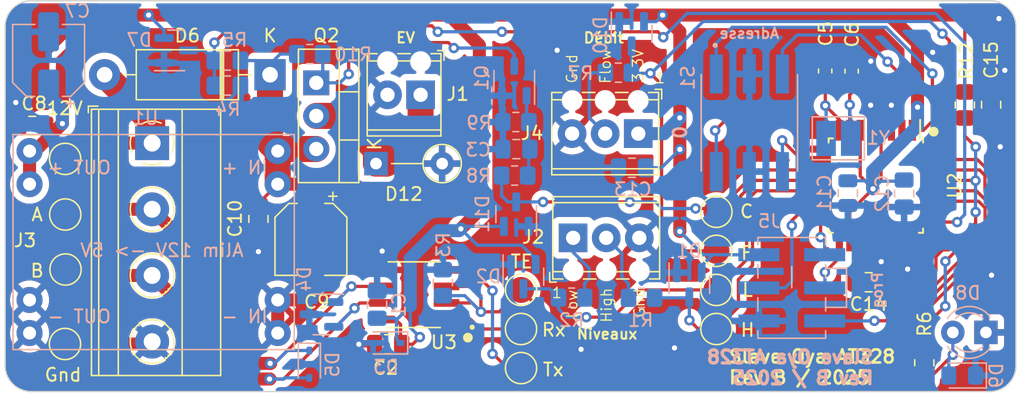
<source format=kicad_pcb>
(kicad_pcb (version 20221018) (generator pcbnew)
  (title_block (title "Esclave OYA AT328") (date "2025-04-18") (rev "B") (company "BPC") (comment 1 "Technologie avec AT328 / Petite carte") (comment 2 "Monitoring de tension d'alimentation") (comment 3 "1 sortie 12V/5A - 2 entrées TOR (niveaux) - 1 débimètre - 1 LED - RS485"))
  (layers (0 "F.Cu" signal) (31 "B.Cu" signal) (34 "B.Paste" user) (35 "F.Paste" user) (36 "B.SilkS" user "B.Silkscreen") (37 "F.SilkS" user "F.Silkscreen") (38 "B.Mask" user) (39 "F.Mask" user) (44 "Edge.Cuts" user))
  (net 0 "")
  (net 1 "GND")
  (net 2 "LVL_HIGH")
  (net 3 "LVL_LOW")
  (net 4 "BUS_A")
  (net 5 "BUS_B")
  (net 6 "POWER_12V")
  (net 7 "Net-(D6-A)")
  (net 8 "POW_MES")
  (net 9 "Net-(D8-A)")
  (net 10 "FLOW")
  (net 11 "Net-(J2-Pin_1)")
  (net 12 "Net-(J2-Pin_2)")
  (net 13 "Net-(J4-Pin_2)")
  (net 14 "RX")
  (net 15 "TX_EN")
  (net 16 "LED")
  (net 17 "A1")
  (net 18 "A2")
  (net 19 "A3")
  (net 20 "A4")
  (net 21 "TX")
  (net 22 "Net-(U2-XTAL2{slash}PB7)")
  (net 23 "Net-(Q1-B)")
  (net 24 "CMD_EV1")
  (net 25 "Net-(D12-K)")
  (net 26 "Net-(Q1-C)")
  (net 27 "Net-(U2-XTAL1{slash}PB6)")
  (net 28 "Net-(U2-AREF)")
  (net 34 "+5V")
  (net 35 "RESET")
  (net 36 "MISO")
  (net 37 "SCK")
  (net 38 "MOSI")
  (footprint "TestPoint:TestPoint_Pad_D2.0mm" (layer "F.Cu") (at 168 109)
    (fp_text reference "TP2" hide)
    (fp_text value "L")
  )
  (footprint "Capacitor_SMD:C_0805_2012Metric_Pad1.18x1.45mm_HandSolder" (layer "F.Cu") (at 132.84 103.55 -90)
    (fp_text reference "C10")
    (fp_text value "1nF")
  )
  (footprint "TerminalBlock_Phoenix:TerminalBlock_Phoenix_MPT-0,5-3-2.54_1x03_P2.54mm_Horizontal" (layer "F.Cu") (at 157 105)
    (fp_text reference "J2")
    (fp_text value "Niveaux")
  )
  (footprint "bpc:BPC_MAX485E_SOIC127P600X175-8N" (layer "F.Cu") (at 144.805 109.365 180)
    (fp_text reference "U3")
    (fp_text value "MAX485E")
  )
  (footprint "Capacitor_SMD:C_0805_2012Metric_Pad1.18x1.45mm_HandSolder" (layer "F.Cu") (at 142.8 113.17)
    (fp_text reference "C2")
    (fp_text value "100nF")
  )
  (footprint "TestPoint:TestPoint_Pad_D2.0mm" (layer "F.Cu") (at 153 112)
    (fp_text reference "TP3" hide)
    (fp_text value "Rx")
  )
  (footprint "Capacitor_SMD:CP_Elec_5x5.9" (layer "F.Cu") (at 136.87 105.12 -90)
    (fp_text reference "C9")
    (fp_text value "10µF")
  )
  (footprint "TerminalBlock_Phoenix:TerminalBlock_Phoenix_MPT-0,5-3-2.54_1x03_P2.54mm_Horizontal" (layer "F.Cu") (at 162 97 180)
    (fp_text reference "J4")
    (fp_text value "Débit")
  )
  (footprint "Package_TO_SOT_THT:TO-220-3_Vertical" (layer "F.Cu") (at 137.28 93.1 -90)
    (fp_text reference "Q2")
    (fp_text value "P03P4L-04")
  )
  (footprint "Package_QFP:TQFP-32_7x7mm_P0.8mm" (layer "F.Cu") (at 180.24 100.99 -90)
    (fp_text reference "U2")
    (fp_text value "ATmega328P-A")
  )
  (footprint "Capacitor_SMD:C_0603_1608Metric_Pad1.08x0.95mm_HandSolder" (layer "F.Cu") (at 178.38 92.205 -90)
    (fp_text reference "C6")
    (fp_text value "6pF")
  )
  (footprint "Diode_THT:D_DO-15_P12.70mm_Horizontal" (layer "F.Cu") (at 133.73 92.48 180)
    (fp_text reference "D6")
    (fp_text value "SR560")
  )
  (footprint "TestPoint:TestPoint_Pad_D2.0mm" (layer "F.Cu") (at 117.99 113.15)
    (fp_text reference "TP9" hide)
    (fp_text value "Gnd")
  )
  (footprint "Capacitor_SMD:C_0805_2012Metric_Pad1.18x1.45mm_HandSolder" (layer "F.Cu") (at 189.09 94.7775 90)
    (fp_text reference "C15")
    (fp_text value "100nF")
  )
  (footprint "TestPoint:TestPoint_Pad_D2.0mm" (layer "F.Cu") (at 168 106)
    (fp_text reference "TP10" hide)
    (fp_text value "F")
  )
  (footprint "TestPoint:TestPoint_Pad_D2.0mm" (layer "F.Cu") (at 153 109)
    (fp_text reference "TP5" hide)
    (fp_text value "TE")
  )
  (footprint "TerminalBlock_Phoenix:TerminalBlock_Phoenix_MPT-0,5-2-2.54_1x02_P2.54mm_Horizontal" (layer "F.Cu") (at 145.29 94.02 180)
    (fp_text reference "J1")
    (fp_text value "EV1")
  )
  (footprint "Resistor_SMD:R_0805_2012Metric_Pad1.20x1.40mm_HandSolder" (layer "F.Cu") (at 187.07 94.8 90)
    (fp_text reference "R12")
    (fp_text value "100")
  )
  (footprint "Resistor_SMD:R_0805_2012Metric_Pad1.20x1.40mm_HandSolder" (layer "F.Cu") (at 183.96 114.59 -90)
    (fp_text reference "R6")
    (fp_text value "220")
  )
  (footprint "TerminalBlock_Phoenix:TerminalBlock_Phoenix_MKDS-1,5-4-5.08_1x04_P5.08mm_Horizontal" (layer "F.Cu") (at 124.68 97.73 -90)
    (fp_text reference "J3")
    (fp_text value "POWER")
  )
  (footprint "Capacitor_SMD:C_0805_2012Metric_Pad1.18x1.45mm_HandSolder" (layer "F.Cu") (at 115.47 96.41 180)
    (fp_text reference "C8")
    (fp_text value "1nF")
  )
  (footprint "TestPoint:TestPoint_Pad_D2.0mm" (layer "F.Cu") (at 118.03 107.43)
    (fp_text reference "TP6" hide)
    (fp_text value "B")
  )
  (footprint "TestPoint:TestPoint_Pad_D2.0mm" (layer "F.Cu") (at 118 98.94)
    (fp_text reference "TP8" hide)
    (fp_text value "12V")
  )
  (footprint "TestPoint:TestPoint_Pad_D2.0mm" (layer "F.Cu") (at 153 115)
    (fp_text reference "TP4" hide)
    (fp_text value "Tx")
  )
  (footprint "Capacitor_SMD:C_0805_2012Metric_Pad1.18x1.45mm_HandSolder" (layer "F.Cu") (at 179.69 108.41 180)
    (fp_text reference "C14")
    (fp_text value "100nF")
  )
  (footprint "Capacitor_SMD:C_0603_1608Metric_Pad1.08x0.95mm_HandSolder" (layer "F.Cu") (at 176.35 92.19 90)
    (fp_text reference "C5")
    (fp_text value "6pF")
  )
  (footprint "TestPoint:TestPoint_Pad_D2.0mm" (layer "F.Cu") (at 168 103)
    (fp_text reference "TP11" hide)
    (fp_text value "C")
  )
  (footprint "TestPoint:TestPoint_Pad_D2.0mm" (layer "F.Cu") (at 118.01 103.21)
    (fp_text reference "TP7" hide)
    (fp_text value "A")
  )
  (footprint "Diode_THT:D_A-405_P5.08mm_Vertical_KathodeUp" (layer "F.Cu") (at 141.865 99.3)
    (fp_text reference "D12")
    (fp_text value "1N4007G")
  )
  (footprint "TestPoint:TestPoint_Pad_D2.0mm" (layer "F.Cu") (at 168 112)
    (fp_text reference "TP1" hide)
    (fp_text value "H")
  )
  (footprint "bpc:BPC_SOT-23-3" (layer "B.Cu") (at 152.48 92.9525 90)
    (fp_text reference "Q1")
    (fp_text value "BPC_FMMT38C")
  )
  (footprint "Capacitor_SMD:CP_Elec_5x5.9" (layer "B.Cu") (at 116.73 91.38 90)
    (fp_text reference "C7")
    (fp_text value "10µF")
  )
  (footprint "Resistor_SMD:R_0805_2012Metric_Pad1.20x1.40mm_HandSolder" (layer "B.Cu") (at 130.46 91.39)
    (fp_text reference "R5")
    (fp_text value "100k")
  )
  (footprint "Capacitor_SMD:C_0805_2012Metric_Pad1.18x1.45mm_HandSolder" (layer "B.Cu") (at 141.95 110.1375 90)
    (fp_text reference "C1")
    (fp_text value "10nF")
  )
  (footprint "Package_TO_SOT_SMD:SOT-23" (layer "B.Cu") (at 153.18 107.9775 -90)
    (fp_text reference "D2")
    (fp_text value "BAV99")
  )
  (footprint "Resistor_SMD:R_0805_2012Metric_Pad1.20x1.40mm_HandSolder" (layer "B.Cu") (at 152.6 96.11 180)
    (fp_text reference "R9")
    (fp_text value "100k")
  )
  (footprint "Package_TO_SOT_SMD:SOT-23" (layer "B.Cu") (at 161.49 89.3375 -90)
    (fp_text reference "D10")
    (fp_text value "BAV99")
  )
  (footprint "Package_TO_SOT_SMD:SOT-23" (layer "B.Cu") (at 126.5325 90.61)
    (fp_text reference "D7")
    (fp_text value "BAV99")
  )
  (footprint "Package_TO_SOT_SMD:SOT-23" (layer "B.Cu") (at 152.63 103.1825 90)
    (fp_text reference "D11")
    (fp_text value "BAV99")
  )
  (footprint "Capacitor_SMD:C_0805_2012Metric_Pad1.18x1.45mm_HandSolder" (layer "B.Cu") (at 182.41 101.6 -90)
    (fp_text reference "C12")
    (fp_text value "100nF")
  )
  (footprint "Resistor_SMD:R_0805_2012Metric_Pad1.20x1.40mm_HandSolder" (layer "B.Cu") (at 136.78 90.89)
    (fp_text reference "R10")
    (fp_text value "100k")
  )
  (footprint "Diode_SMD:D_SOD-323" (layer "B.Cu") (at 136.75 114.7 -90)
    (fp_text reference "D5")
    (fp_text value "SD12_SOD323" hide)
  )
  (footprint "Capacitor_SMD:C_0805_2012Metric_Pad1.18x1.45mm_HandSolder" (layer "B.Cu") (at 161.52 99.62 180)
    (fp_text reference "C13")
    (fp_text value "100nF")
  )
  (footprint "Resistor_SMD:R_0805_2012Metric_Pad1.20x1.40mm_HandSolder" (layer "B.Cu") (at 156.88 109.59 180)
    (fp_text reference "R2")
    (fp_text value "100")
  )
  (footprint "LED_THT:LED_D3.0mm_FlatTop" (layer "B.Cu") (at 188.69 112.26 180)
    (fp_text reference "D8")
    (fp_text value "LED")
  )
  (footprint "Diode_SMD:D_SOD-323" (layer "B.Cu") (at 142.69 113.07 180)
    (fp_text reference "D3")
    (fp_text value "SD12_SOD323")
  )
  (footprint "bpc:BPC_RDS-16S-74385-SMT" (layer "B.Cu") (at 170.53 96.17 -90)
    (fp_text reference "S1")
    (fp_text value "RDS-16S-74385-SMT" hide)
  )
  (footprint "Resistor_SMD:R_0805_2012Metric_Pad1.20x1.40mm_HandSolder" (layer "B.Cu") (at 147 108.44 90)
    (fp_text reference "R3")
    (fp_text value "100k")
  )
  (footprint "LED_SMD:LED_0805_2012Metric_Pad1.15x1.40mm_HandSolder" (layer "B.Cu") (at 186.865 115.57 180)
    (fp_text reference "D9")
    (fp_text value "LED")
  )
  (footprint "Package_TO_SOT_SMD:SOT-23" (layer "B.Cu") (at 165.92 108.6075 -90)
    (fp_text reference "D1")
    (fp_text value "BAV99")
  )
  (footprint "Package_TO_SOT_SMD:SOT-23" (layer "B.Cu") (at 137.6875 110.88 180)
    (fp_text reference "D4")
    (fp_text value "SM712_SOT23")
  )
  (footprint "Capacitor_SMD:C_0805_2012Metric_Pad1.18x1.45mm_HandSolder" (layer "B.Cu") (at 152.64 98.19 180)
    (fp_text reference "C3")
    (fp_text value "100nF")
  )
  (footprint "Resistor_SMD:R_0805_2012Metric_Pad1.20x1.40mm_HandSolder" (layer "B.Cu") (at 162.25 109.61)
    (fp_text reference "R1")
    (fp_text value "100")
  )
  (footprint "Resistor_SMD:R_0805_2012Metric_Pad1.20x1.40mm_HandSolder" (layer "B.Cu") (at 152.51 100.22)
    (fp_text reference "R8")
    (fp_text value "220")
  )
  (footprint "bpc:BPC_Alim5V" (layer "B.Cu") (at 134.32 98.34 180)
    (fp_text reference "U1")
    (fp_text value "BPC_Alim5V" hide)
  )
  (footprint "bpc:BPC_ISCP_CMS" (layer "B.Cu") (at 173.785 108.84 180)
    (fp_text reference "J5")
    (fp_text value "ISCP")
  )
  (footprint "bpc:BPC_Quartz_8MHz" (layer "B.Cu") (at 177.36 97.36)
    (fp_text reference "Y1")
    (fp_text value "8MHz")
  )
  (footprint "Resistor_SMD:R_0805_2012Metric_Pad1.20x1.40mm_HandSolder" (layer "B.Cu") (at 130.46 93.31 180)
    (fp_text reference "R4")
    (fp_text value "40k")
  )
  (footprint "Capacitor_SMD:C_0805_2012Metric" (layer "B.Cu") (at 178.09 101.57 -90)
    (fp_text reference "C11")
    (fp_text value "1nF")
  )
  (footprint "Resistor_SMD:R_0805_2012Metric_Pad1.20x1.40mm_HandSolder" (layer "B.Cu") (at 160.47 92.32)
    (fp_text reference "R7")
    (fp_text value "100")
  )
  (gr_circle (center 184.68 96.85) (end 184.98 96.85) (stroke (width 0.15)) (fill solid) (layer "F.SilkS"))
  (gr_circle (center 148.92 112.66) (end 149.22 112.66) (stroke (width 0.15)) (fill solid) (layer "F.SilkS"))
  (gr_line (start 191 114.8) (end 191 88.8) (stroke (width 0.1)) (layer "Edge.Cuts"))
  (gr_arc (start 191 114.8) (mid 190.414213 116.214209) (end 189 116.8) (stroke (width 0.1)) (layer "Edge.Cuts"))
  (gr_arc locked (start 115.39 116.8) (mid 113.975786 116.214214) (end 113.39 114.8) (stroke (width 0.1)) (layer "Edge.Cuts"))
  (gr_arc locked (start 113.39 88.8) (mid 113.975786 87.385786) (end 115.39 86.8) (stroke (width 0.1)) (layer "Edge.Cuts"))
  (gr_line (start 189 86.8) (end 115.39 86.8) (stroke (width 0.1)) (layer "Edge.Cuts"))
  (gr_line (start 115.39 116.8) (end 189 116.8) (stroke (width 0.1)) (layer "Edge.Cuts"))
  (gr_line locked (start 113.39 88.8) (end 113.39 114.8) (stroke (width 0.1)) (layer "Edge.Cuts"))
  (gr_arc (start 189 86.8) (mid 190.414223 87.385781) (end 191 88.8) (stroke (width 0.1)) (layer "Edge.Cuts"))
  (gr_text "Slave Oya AT328\nRev B / 2025" (at 180.18 116.35) (layer "B.SilkS") (effects (font (size 1 1) (thickness 0.25) bold) (justify left bottom mirror)))
  (gr_text "Prog" (at 180.83 107.54 90) (layer "B.SilkS") (effects (font (size 0.8 0.8) (thickness 0.16) bold) (justify left bottom mirror)))
  (gr_text "0" (at 164.53 97.51 -90) (layer "B.SilkS") (effects (font (size 1 1) (thickness 0.2) bold) (justify left bottom mirror)))
  (gr_text "Adresse" (at 172.91 89.77) (layer "B.SilkS") (effects (font (size 0.8 0.8) (thickness 0.16) bold) (justify left bottom mirror)))
  (gr_text "Gnd" (at 162.56 111.19 90) (layer "F.SilkS") (effects (font (size 0.8 0.8) (thickness 0.1)) (justify left bottom)))
  (gr_text "1" (at 163.23 93.2) (layer "F.SilkS") (effects (font (size 0.8 0.8) (thickness 0.1)) (justify left bottom)))
  (gr_text "Low" (at 157.39 111.26 90) (layer "F.SilkS") (effects (font (size 0.8 0.8) (thickness 0.1)) (justify left bottom)))
  (gr_text "Flow" (at 159.95 93.24 90) (layer "F.SilkS") (effects (font (size 0.8 0.8) (thickness 0.1)) (justify left bottom)))
  (gr_text "1" (at 155.31 109.69) (layer "F.SilkS") (effects (font (size 0.8 0.8) (thickness 0.1)) (justify left bottom)))
  (gr_text "EV" (at 143.33 90.11) (layer "F.SilkS") (effects (font (size 0.8 0.8) (thickness 0.16) bold) (justify left bottom)))
  (gr_text "Slave Oya AT328\nRev B / 2025" (at 168.86 116.31) (layer "F.SilkS") (effects (font (size 1 1) (thickness 0.2) bold) (justify left bottom)))
  (gr_text "Gnd" (at 157.38 93.21 90) (layer "F.SilkS") (effects (font (size 0.8 0.8) (thickness 0.1)) (justify left bottom)))
  (gr_text "Débit" (at 157.72 90.12) (layer "F.SilkS") (effects (font (size 0.8 0.8) (thickness 0.16) bold) (justify left bottom)))
  (gr_text "High" (at 160.03 111.57 90) (layer "F.SilkS") (effects (font (size 0.8 0.8) (thickness 0.1)) (justify left bottom)))
  (gr_text "3.3V" (at 162.45 93.16 90) (layer "F.SilkS") (effects (font (size 0.8 0.8) (thickness 0.1)) (justify left bottom)))
  (gr_text "Niveaux" (at 157.19 112.85) (layer "F.SilkS") (effects (font (size 0.8 0.8) (thickness 0.16) bold) (justify left bottom)))
  (segment (start 178.38 91.43) (end 179.84 91.43) (width 0.25) (layer "F.Cu") (net 1))
  (segment (start 136.71 107.48) (end 136.87 107.32) (width 1) (layer "F.Cu") (net 1))
  (segment (start 136 109.77) (end 136.71 109.06) (width 1) (layer "F.Cu") (net 1))
  (segment (start 180.64 108.41) (end 180.64 106.84) (width 0.25) (layer "F.Cu") (net 1))
  (segment (start 180.64 105.24) (end 180.64 106.82) (width 0.25) (layer "F.Cu") (net 1))
  (segment (start 178.365 91.415) (end 178.38 91.43) (width 0.25) (layer "F.Cu") (net 1))
  (segment (start 124.5 113.15) (end 124.68 112.97) (width 1) (layer "F.Cu") (net 1))
  (segment (start 189.09 93.19) (end 190.14 92.14) (width 0.25) (layer "F.Cu") (net 1))
  (segment (start 136.71 109.06) (end 136.71 107.48) (width 1) (layer "F.Cu") (net 1))
  (segment (start 181.44 94.83) (end 181.43 94.82) (width 0.25) (layer "F.Cu") (net 1))
  (segment (start 179.84 91.43) (end 179.85 91.44) (width 0.25) (layer "F.Cu") (net 1))
  (segment (start 142.33 107.46) (end 142.33 106.03) (width 0.25) (layer "F.Cu") (net 1))
  (segment (start 142.33 106.03) (end 142.34 106.02) (width 0.25) (layer "F.Cu") (net 1))
  (segment (start 176.35 91.415) (end 178.365 91.415) (width 0.25) (layer "F.Cu") (net 1))
  (segment (start 114.4325 94.8325) (end 114.21 94.61) (width 0.25) (layer "F.Cu") (net 1))
  (segment (start 117.99 113.15) (end 124.5 113.15) (width 1) (layer "F.Cu") (net 1))
  (segment (start 180.64 106.82) (end 180.65 106.83) (width 0.25) (layer "F.Cu") (net 1))
  (segment (start 181.44 96.74) (end 181.44 94.83) (width 0.25) (layer "F.Cu") (net 1))
  (segment (start 189.09 93.74) (end 189.09 93.19) (width 0.25) (layer "F.Cu") (net 1))
  (segment (start 180.64 106.84) (end 180.65 106.83) (width 0.25) (layer "F.Cu") (net 1))
  (segment (start 114.4325 96.41) (end 114.4325 94.8325) (width 0.25) (layer "F.Cu") (net 1))
  (segment (start 141.85 113.17) (end 140.55 113.17) (width 0.25) (layer "F.Cu") (net 1))
  (segment (start 134.32 109.77) (end 136 109.77) (width 1) (layer "F.Cu") (net 1))
  (segment (start 134.32 112.31) (end 134.32 109.77) (width 1) (layer "F.Cu") (net 1))
  (segment (start 179.84 96.74) (end 179.84 94.82) (width 0.25) (layer "F.Cu") (net 1))
  (segment (start 132.84 104.5875) (end 132.84 106.06) (width 0.25) (layer "F.Cu") (net 1))
  (via (at 114.21 94.61) (size 0.8) (drill 0.4) (layers "F.Cu" "B.Cu") (net 1))
  (via (at 179.84 94.82) (size 0.8) (drill 0.4) (layers "F.Cu" "B.Cu") (net 1))
  (via (at 132.84 106.06) (size 0.8) (drill 0.4) (layers "F.Cu" "B.Cu") (net 1))
  (via (at 189.69 88.17) (size 0.8) (drill 0.4) (layers "F.Cu" "B.Cu") (net 1))
  (via (at 179.85 91.44) (size 0.8) (drill 0.4) (layers "F.Cu" "B.Cu") (net 1))
  (via (at 164.78 113.45) (size 0.8) (drill 0.4) (layers "F.Cu" "B.Cu") (net 1))
  (via (at 190.14 92.14) (size 0.8) (drill 0.4) (layers "F.Cu" "B.Cu") (net 1))
  (via (at 155.77 90.6) (size 0.8) (drill 0.4) (layers "F.Cu" "B.Cu") (net 1))
  (via (at 182.68 107.4) (size 0.8) (drill 0.4) (layers "F.Cu" "B.Cu") (net 1))
  (via (at 140.55 113.17) (size 0.8) (drill 0.4) (layers "F.Cu" "B.Cu") (net 1))
  (via (at 180.65 106.83) (size 0.8) (drill 0.4) (layers "F.Cu" "B.Cu") (net 1))
  (via (at 189.12 107.87) (size 0.8) (drill 0.4) (layers "F.Cu" "B.Cu") (net 1))
  (via (at 157.61 113.56) (size 0.8) (drill 0.4) (layers "F.Cu" "B.Cu") (net 1))
  (via (at 189.79 98.01) (size 0.8) (drill 0.4) (layers "F.Cu" "B.Cu") (net 1))
  (via (at 181.43 94.82) (size 0.8) (drill 0.4) (layers "F.Cu" "B.Cu") (net 1))
  (via (at 142.34 106.02) (size 0.8) (drill 0.4) (layers "F.Cu" "B.Cu") (net 1))
  (via (at 184.6 90.76) (size 0.8) (drill 0.4) (layers "F.Cu" "B.Cu") (net 1))
  (segment (start 131.46 93.31) (end 131.46 93.5) (width 0.25) (layer "B.Cu") (net 1))
  (segment (start 131.46 93.5) (end 130.53 94.43) (width 0.25) (layer "B.Cu") (net 1))
  (segment (start 171.15 102.19) (end 170.77 102.57) (width 0.25) (layer "F.Cu") (net 2))
  (segment (start 170.77 102.57) (end 170.77 107.12) (width 0.25) (layer "F.Cu") (net 2))
  (segment (start 175.99 102.19) (end 171.15 102.19) (width 0.25) (layer "F.Cu") (net 2))
  (segment (start 169.69 110.31) (end 168 112) (width 0.25) (layer "F.Cu") (net 2))
  (segment (start 170.77 107.12) (end 169.69 108.2) (width 0.25) (layer "F.Cu") (net 2))
  (segment (start 165.93 111.33) (end 166.6 112) (width 0.25) (layer "F.Cu") (net 2))
  (segment (start 166.6 112) (end 168 112) (width 0.25) (layer "F.Cu") (net 2))
  (segment (start 169.69 108.2) (end 169.69 110.31) (width 0.25) (layer "F.Cu") (net 2))
  (via (at 165.93 111.33) (size 0.8) (drill 0.4) (layers "F.Cu" "B.Cu") (net 2))
  (segment (start 165.92 109.545) (end 165.92 111.32) (width 0.25) (layer "B.Cu") (net 2))
  (segment (start 163.25 109.61) (end 165.855 109.61) (width 0.25) (layer "B.Cu") (net 2))
  (segment (start 165.855 109.61) (end 165.92 109.545) (width 0.25) (layer "B.Cu") (net 2))
  (segment (start 165.92 111.32) (end 165.93 111.33) (width 0.25) (layer "B.Cu") (net 2))
  (segment (start 175.99 101.39) (end 171.07 101.39) (width 0.25) (layer "F.Cu") (net 3))
  (segment (start 168 109) (end 162.14 109) (width 0.25) (layer "F.Cu") (net 3))
  (segment (start 162.14 109) (end 160.05 111.09) (width 0.25) (layer "F.Cu") (net 3))
  (segment (start 170.32 106.68) (end 170.32 102.14) (width 0.25) (layer "F.Cu") (net 3))
  (segment (start 158.01 111.09) (end 160.05 111.09) (width 0.25) (layer "F.Cu") (net 3))
  (segment (start 168 109) (end 170.32 106.68) (width 0.25) (layer "F.Cu") (net 3))
  (segment (start 171.07 101.39) (end 170.32 102.14) (width 0.25) (layer "F.Cu") (net 3))
  (via (at 158.01 111.09) (size 0.8) (drill 0.4) (layers "F.Cu" "B.Cu") (net 3))
  (segment (start 155.88 109.59) (end 155.88 110.46) (width 0.25) (layer "B.Cu") (net 3))
  (segment (start 156.51 111.09) (end 158.01 111.09) (width 0.25) (layer "B.Cu") (net 3))
  (segment (start 153.18 108.915) (end 155.205 108.915) (width 0.25) (layer "B.Cu") (net 3))
  (segment (start 155.205 108.915) (end 155.88 109.59) (width 0.25) (layer "B.Cu") (net 3))
  (segment (start 155.88 110.46) (end 156.51 111.09) (width 0.25) (layer "B.Cu") (net 3))
  (segment (start 124.68 102.81) (end 129.42 107.55) (width 1) (layer "F.Cu") (net 4))
  (segment (start 124.68 102.81) (end 121.01 102.81) (width 1) (layer "F.Cu") (net 4))
  (segment (start 129.42 107.55) (end 129.42 113.93) (width 1) (layer "F.Cu") (net 4))
  (segment (start 133.74 114.64) (end 133.78 114.64) (width 1) (layer "F.Cu") (net 4))
  (segment (start 118.01 103.21) (end 120.61 103.21) (width 1) (layer "F.Cu") (net 4))
  (segment (start 129.42 113.93) (end 130.13 114.64) (width 1) (layer "F.Cu") (net 4))
  (segment (start 142.33 108.73) (end 139.98 108.73) (width 0.25) (layer "F.Cu") (net 4))
  (segment (start 121.01 102.81) (end 120.61 103.21) (width 1) (layer "F.Cu") (net 4))
  (segment (start 139.98 108.73) (end 134.07 114.64) (width 0.25) (layer "F.Cu") (net 4))
  (segment (start 134.07 114.64) (end 133.78 114.64) (width 0.25) (layer "F.Cu") (net 4))
  (segment (start 130.13 114.64) (end 133.74 114.64) (width 1) (layer "F.Cu") (net 4))
  (via (at 139.98 108.73) (size 0.8) (drill 0.4) (layers "F.Cu" "B.Cu") (net 4))
  (via (at 133.74 114.64) (size 0.8) (drill 0.4) (layers "F.Cu" "B.Cu") (net 4))
  (segment (start 135.07 113.65) (end 136.75 113.65) (width 0.25) (layer "B.Cu") (net 4))
  (segment (start 134.08 114.64) (end 135.07 113.65) (width 0.25) (layer "B.Cu") (net 4))
  (segment (start 138.78 109.93) (end 139.98 108.73) (width 0.25) (layer "B.Cu") (net 4))
  (segment (start 138.625 109.93) (end 138.78 109.93) (width 0.25) (layer "B.Cu") (net 4))
  (segment (start 133.74 114.64) (end 134.08 114.64) (width 0.25) (layer "B.Cu") (net 4))
  (segment (start 134.78 115.84) (end 133.73 115.84) (width 0.25) (layer "F.Cu") (net 5))
  (segment (start 118.03 107.43) (end 120.82 107.43) (width 1) (layer "F.Cu") (net 5))
  (segment (start 129.12 115.84) (end 133.69 115.84) (width 1) (layer "F.Cu") (net 5))
  (segment (start 133.69 115.84) (end 133.73 115.84) (width 1) (layer "F.Cu") (net 5))
  (segment (start 124.68 107.89) (end 127.71 110.92) (width 1) (layer "F.Cu") (net 5))
  (segment (start 140.215 110.405) (end 134.78 115.84) (width 0.25) (layer "F.Cu") (net 5))
  (segment (start 121.28 107.89) (end 120.82 107.43) (width 1) (layer "F.Cu") (net 5))
  (segment (start 124.68 107.89) (end 121.28 107.89) (width 1) (layer "F.Cu") (net 5))
  (segment (start 142.33 110) (end 140.62 110) (width 0.25) (layer "F.Cu") (net 5))
  (segment (start 127.71 110.92) (end 127.71 114.43) (width 1) (layer "F.Cu") (net 5))
  (segment (start 127.71 114.43) (end 129.12 115.84) (width 1) (layer "F.Cu") (net 5))
  (segment (start 140.62 110) (end 140.215 110.405) (width 0.25) (layer "F.Cu") (net 5))
  (via (at 133.69 115.84) (size 0.8) (drill 0.4) (layers "F.Cu" "B.Cu") (net 5))
  (via (at 140.215 110.405) (size 0.8) (drill 0.4) (layers "F.Cu" "B.Cu") (net 5))
  (segment (start 134.86 115.75) (end 136.75 115.75) (width 0.25) (layer "B.Cu") (net 5))
  (segment (start 133.69 115.84) (end 134.77 115.84) (width 0.25) (layer "B.Cu") (net 5))
  (segment (start 138.625 111.83) (end 138.79 111.83) (width 0.25) (layer "B.Cu") (net 5))
  (segment (start 134.77 115.84) (end 134.86 115.75) (width 0.25) (layer "B.Cu") (net 5))
  (segment (start 138.79 111.83) (end 140.215 110.405) (width 0.25) (layer "B.Cu") (net 5))
  (segment (start 132.84 102.36) (end 134.32 100.88) (width 0.25) (layer "F.Cu") (net 6))
  (segment (start 133.73 92.48) (end 133.73 97.75) (width 2) (layer "F.Cu") (net 6))
  (segment (start 133.73 97.75) (end 134.32 98.34) (width 2) (layer "F.Cu") (net 6))
  (segment (start 134.32 98.34) (end 134.32 100.88) (width 2) (layer "F.Cu") (net 6))
  (segment (start 132.84 102.5125) (end 132.84 102.36) (width 0.25) (layer "F.Cu") (net 6))
  (segment (start 134.48 98.18) (end 134.32 98.34) (width 2) (layer "F.Cu") (net 6))
  (segment (start 135.89 100.87) (end 135.88 100.88) (width 1) (layer "F.Cu") (net 6))
  (segment (start 133 102.775) (end 133 102.2) (width 0.25) (layer "F.Cu") (net 6))
  (segment (start 136.87 101.85) (end 135.89 100.87) (width 1) (layer "F.Cu") (net 6))
  (segment (start 136.87 102.92) (end 136.87 101.85) (width 1) (layer "F.Cu") (net 6))
  (segment (start 135.88 100.88) (end 134.32 100.88) (width 1) (layer "F.Cu") (net 6))
  (segment (start 137.28 98.18) (end 134.48 98.18) (width 2) (layer "F.Cu") (net 6))
  (segment (start 132.64 91.39) (end 133.73 92.48) (width 0.25) (layer "B.Cu") (net 6))
  (segment (start 133.73 91.67) (end 133.73 92.48) (width 0.25) (layer "B.Cu") (net 6))
  (segment (start 135.78 90.89) (end 134.51 90.89) (width 0.25) (layer "B.Cu") (net 6))
  (segment (start 131.46 91.39) (end 132.64 91.39) (width 0.25) (layer "B.Cu") (net 6))
  (segment (start 134.51 90.89) (end 133.73 91.67) (width 0.25) (layer "B.Cu") (net 6))
  (segment (start 119.35 97.7) (end 119.38 97.73) (width 1) (layer "F.Cu") (net 7))
  (segment (start 124.68 96.13) (end 121.03 92.48) (width 2) (layer "F.Cu") (net 7))
  (segment (start 124.68 97.73) (end 124.68 96.13) (width 2) (layer "F.Cu") (net 7))
  (segment (start 119.38 97.73) (end 124.68 97.73) (width 1) (layer "F.Cu") (net 7))
  (segment (start 118.11 98.94) (end 119.35 97.7) (width 1) (layer "F.Cu") (net 7))
  (segment (start 163.5 89.18) (end 163.92 89.6) (width 0.25) (layer "F.Cu") (net 8))
  (segment (start 130.745 88.725) (end 144.39 88.725) (width 0.25) (layer "F.Cu") (net 8))
  (segment (start 151.53 89.18) (end 162.99 89.18) (width 0.25) (layer "F.Cu") (net 8))
  (segment (start 162.99 89.18) (end 163.5 89.18) (width 0.25) (layer "F.Cu") (net 8))
  (segment (start 129.46 90.01) (end 130.745 88.725) (width 0.25) (layer "F.Cu") (net 8))
  (segment (start 184.49 103.79) (end 186.48 103.79) (width 0.25) (layer "F.Cu") (net 8))
  (segment (start 146.155 88.725) (end 146.61 89.18) (width 0.25) (layer "F.Cu") (net 8))
  (segment (start 144.39 88.725) (end 146.155 88.725) (width 0.25) (layer "F.Cu") (net 8))
  (via (at 151.53 89.18) (size 0.8) (drill 0.4) (layers "F.Cu" "B.Cu") (net 8))
  (via (at 186.48 103.79) (size 0.8) (drill 0.4) (layers "F.Cu" "B.Cu") (net 8))
  (via (at 163.92 89.6) (size 0.8) (drill 0.4) (layers "F.Cu" "B.Cu") (net 8))
  (via (at 129.46 90.01) (size 0.8) (drill 0.4) (layers "F.Cu" "B.Cu") (net 8))
  (via (at 146.61 89.18) (size 0.8) (drill 0.4) (layers "F.Cu" "B.Cu") (net 8))
  (segment (start 184.815305 87.77) (end 165.75 87.77) (width 0.25) (layer "B.Cu") (net 8))
  (segment (start 186.48 103.79) (end 187.06 103.21) (width 0.25) (layer "B.Cu") (net 8))
  (segment (start 129.46 91.39) (end 129.46 90.01) (width 0.25) (layer "B.Cu") (net 8))
  (segment (start 187.06 90.014695) (end 184.815305 87.77) (width 0.25) (layer "B.Cu") (net 8))
  (segment (start 146.61 89.18) (end 151.53 89.18) (width 0.25) (layer "B.Cu") (net 8))
  (segment (start 127.47 90.61) (end 128.68 90.61) (width 0.25) (layer "B.Cu") (net 8))
  (segment (start 128.68 90.61) (end 129.46 91.39) (width 0.25) (layer "B.Cu") (net 8))
  (segment (start 187.06 103.21) (end 187.06 90.014695) (width 0.25) (layer "B.Cu") (net 8))
  (segment (start 165.75 87.77) (end 163.92 89.6) (width 0.25) (layer "B.Cu") (net 8))
  (segment (start 129.46 91.39) (end 129.46 93.31) (width 0.25) (layer "B.Cu") (net 8))
  (segment (start 183.96 115.59) (end 184.54 115.59) (width 0.25) (layer "F.Cu") (net 9))
  (segment (start 184.54 115.59) (end 186.15 113.98) (width 0.25) (layer "F.Cu") (net 9))
  (via (at 186.15 113.98) (size 0.8) (drill 0.4) (layers "F.Cu" "B.Cu") (net 9))
  (segment (start 185.84 114.29) (end 186.15 113.98) (width 0.25) (layer "B.Cu") (net 9))
  (segment (start 186.15 113.98) (end 186.15 112.26) (width 0.25) (layer "B.Cu") (net 9))
  (segment (start 185.84 115.57) (end 185.84 114.29) (width 0.25) (layer "B.Cu") (net 9))
  (segment (start 184.49 98.19) (end 185.61 98.19) (width 0.25) (layer "F.Cu") (net 10))
  (segment (start 185.61 98.19) (end 185.885 97.915) (width 0.25) (layer "F.Cu") (net 10))
  (segment (start 175.99 100.59) (end 171.046396 100.59) (width 0.25) (layer "F.Cu") (net 10))
  (segment (start 168 106) (end 164.85 106) (width 0.25) (layer "F.Cu") (net 10))
  (segment (start 171.046396 100.59) (end 169.86 101.776396) (width 0.25) (layer "F.Cu") (net 10))
  (segment (start 185.35 89.33) (end 185.885 89.865) (width 0.25) (layer "F.Cu") (net 10))
  (segment (start 163.79 104.94) (end 163.79 93.23) (width 0.25) (layer "F.Cu") (net 10))
  (segment (start 163.79 93.23) (end 162.93 92.37) (width 0.25) (layer "F.Cu") (net 10))
  (segment (start 169.86 101.776396) (end 169.86 104.14) (width 0.25) (layer "F.Cu") (net 10))
  (segment (start 164.85 106) (end 163.79 104.94) (width 0.25) (layer "F.Cu") (net 10))
  (segment (start 185.885 89.865) (end 185.885 97.915) (width 0.25) (layer "F.Cu") (net 10))
  (segment (start 169.86 104.14) (end 168 106) (width 0.25) (layer "F.Cu") (net 10))
  (via (at 162.93 92.37) (size 0.8) (drill 0.4) (layers "F.Cu" "B.Cu") (net 10))
  (via (at 185.35 89.33) (size 0.8) (drill 0.4) (layers "F.Cu" "B.Cu") (net 10))
  (segment (start 161.49 92.3) (end 161.47 92.32) (width 0.25) (layer "B.Cu") (net 10))
  (segment (start 161.49 90.275) (end 161.49 92.3) (width 0.25) (layer "B.Cu") (net 10))
  (segment (start 166.98 88.39) (end 184.41 88.39) (width 0.25) (layer "B.Cu") (net 10))
  (segment (start 162.93 92.37) (end 163 92.37) (width 0.25) (layer "B.Cu") (net 10))
  (segment (start 163 92.37) (end 166.98 88.39) (width 0.25) (layer "B.Cu") (net 10))
  (segment (start 184.41 88.39) (end 185.35 89.33) (width 0.25) (layer "B.Cu") (net 10))
  (segment (start 162.93 92.37) (end 161.52 92.37) (width 0.25) (layer "B.Cu") (net 10))
  (segment (start 161.52 92.37) (end 161.47 92.32) (width 0.25) (layer "B.Cu") (net 10))
  (segment (start 157.88 108.49) (end 158.23 108.14) (width 0.25) (layer "B.Cu") (net 11))
  (segment (start 157.88 109.59) (end 157.88 108.49) (width 0.25) (layer "B.Cu") (net 11))
  (segment (start 158.23 108.14) (end 158.23 107.34) (width 0.25) (layer "B.Cu") (net 11))
  (segment (start 157 106.11) (end 157 105) (width 0.25) (layer "B.Cu") (net 11))
  (segment (start 158.23 107.34) (end 157 106.11) (width 0.25) (layer "B.Cu") (net 11))
  (segment (start 161.25 109.61) (end 161.25 108.52) (width 0.25) (layer "B.Cu") (net 12))
  (segment (start 161.25 108.52) (end 160.74 108.01) (width 0.25) (layer "B.Cu") (net 12))
  (segment (start 160.74 106.2) (end 159.54 105) (width 0.25) (layer "B.Cu") (net 12))
  (segment (start 160.74 108.01) (end 160.74 106.2) (width 0.25) (layer "B.Cu") (net 12))
  (segment (start 158.24 95.78) (end 158.24 92.62) (width 0.25) (layer "B.Cu") (net 13))
  (segment (start 158.54 92.32) (end 158.24 92.62) (width 0.25) (layer "B.Cu") (net 13))
  (segment (start 159.47 92.32) (end 158.54 92.32) (width 0.25) (layer "B.Cu") (net 13))
  (segment (start 159.46 97) (end 158.24 95.78) (width 0.25) (layer "B.Cu") (net 13))
  (segment (start 154.67 113.67) (end 153 112) (width 0.25) (layer "F.Cu") (net 14))
  (segment (start 181.91 115.71) (end 155.47 115.71) (width 0.25) (layer "F.Cu") (net 14))
  (segment (start 182.39 115.23) (end 181.91 115.71) (width 0.25) (layer "F.Cu") (net 14))
  (segment (start 184.49 99.79) (end 188.2 99.79) (width 0.25) (layer "F.Cu") (net 14))
  (segment (start 189.57 102.367208) (end 189.57 104.481701) (width 0.25) (layer "F.Cu") (net 14))
  (segment (start 154.67 114.91) (end 154.67 113.67) (width 0.25) (layer "F.Cu") (net 14))
  (segment (start 149.87 112) (end 153 112) (width 0.25) (layer "F.Cu") (net 14))
  (segment (start 155.47 115.71) (end 154.67 114.91) (width 0.25) (layer "F.Cu") (net 14))
  (segment (start 149.83 111.96) (end 149.87 112) (width 0.25) (layer "F.Cu") (net 14))
  (segment (start 182.39 111.661701) (end 182.39 115.23) (width 0.25) (layer "F.Cu") (net 14))
  (segment (start 147.28 111.27) (end 149.14 111.27) (width 0.25) (layer "F.Cu") (net 14))
  (segment (start 188.615 101.412208) (end 189.57 102.367208) (width 0.25) (layer "F.Cu") (net 14))
  (segment (start 188.615 100.205) (end 188.615 101.412208) (width 0.25) (layer "F.Cu") (net 14))
  (segment (start 149.14 111.27) (end 149.83 111.96) (width 0.25) (layer "F.Cu") (net 14))
  (segment (start 189.57 104.481701) (end 182.39 111.661701) (width 0.25) (layer "F.Cu") (net 14))
  (segment (start 188.2 99.79) (end 188.615 100.205) (width 0.25) (layer "F.Cu") (net 14))
  (segment (start 151.32 110.68) (end 153 109) (width 0.25) (layer "F.Cu") (net 15))
  (segment (start 155.656396 115.26) (end 155.12 114.723604) (width 0.25) (layer "F.Cu") (net 15))
  (segment (start 181.94 114.58) (end 181.26 115.26) (width 0.25) (layer "F.Cu") (net 15))
  (segment (start 149.92 109.46) (end 149.92 110.68) (width 0.25) (layer "F.Cu") (net 15))
  (segment (start 184.49 101.39) (end 187.956396 101.39) (width 0.25) (layer "F.Cu") (net 15))
  (segment (start 149.24 110) (end 147.28 110) (width 0.25) (layer "F.Cu") (net 15))
  (segment (start 181.94 111.475305) (end 181.94 114.58) (width 0.25) (layer "F.Cu") (net 15))
  (segment (start 155.12 113.35) (end 154.61 112.84) (width 0.25) (layer "F.Cu") (net 15))
  (segment (start 149.92 110.68) (end 151.32 110.68) (width 0.25) (layer "F.Cu") (net 15))
  (segment (start 181.26 115.26) (end 155.656396 115.26) (width 0.25) (layer "F.Cu") (net 15))
  (segment (start 154.61 112.84) (end 154.61 110.61) (width 0.25) (layer "F.Cu") (net 15))
  (segment (start 147.28 108.73) (end 149.19 108.73) (width 0.25) (layer "F.Cu") (net 15))
  (segment (start 154.61 110.61) (end 153 109) (width 0.25) (layer "F.Cu") (net 15))
  (segment (start 149.19 108.73) (end 149.92 109.46) (width 0.25) (layer "F.Cu") (net 15))
  (segment (start 149.92 110.68) (end 149.24 110) (width 0.25) (layer "F.Cu") (net 15))
  (segment (start 189.075 102.508604) (end 189.075 104.340305) (width 0.25) (layer "F.Cu") (net 15))
  (segment (start 187.956396 101.39) (end 189.075 102.508604) (width 0.25) (layer "F.Cu") (net 15))
  (segment (start 155.12 114.723604) (end 155.12 113.35) (width 0.25) (layer "F.Cu") (net 15))
  (segment (start 189.075 104.340305) (end 181.94 111.475305) (width 0.25) (layer "F.Cu") (net 15))
  (via (at 149.92 110.68) (size 0.8) (drill 0.4) (layers "F.Cu" "B.Cu") (net 15))
  (segment (start 147 109.44) (end 148.68 109.44) (width 0.25) (layer "B.Cu") (net 15))
  (segment (start 148.68 109.44) (end 149.92 110.68) (width 0.25) (layer "B.Cu") (net 15))
  (segment (start 188.12 102.19) (end 184.49 102.19) (width 0.25) (layer "F.Cu") (net 16))
  (segment (start 183.96 111.84) (end 185.55 110.25) (width 0.25) (layer "F.Cu") (net 16))
  (segment (start 185.55 110.25) (end 185.57 110.25) (width 0.25) (layer "F.Cu") (net 16))
  (segment (start 188.625 103.765) (end 188.625 102.695) (width 0.25) (layer "F.Cu") (net 16))
  (segment (start 188.625 102.695) (end 188.12 102.19) (width 0.25) (layer "F.Cu") (net 16))
  (segment (start 183.96 113.59) (end 183.96 111.84) (width 0.25) (layer "F.Cu") (net 16))
  (segment (start 185.58 106.81) (end 188.625 103.765) (width 0.25) (layer "F.Cu") (net 16))
  (via (at 185.57 110.25) (size 0.8) (drill 0.4) (layers "F.Cu" "B.Cu") (net 16))
  (via (at 185.58 106.81) (size 0.8) (drill 0.4) (layers "F.Cu" "B.Cu") (net 16))
  (segment (start 185.57 110.25) (end 185.57 106.82) (width 0.25) (layer "B.Cu") (net 16))
  (segment (start 185.57 106.82) (end 185.58 106.81) (width 0.25) (layer "B.Cu") (net 16))
  (segment (start 183.89 96.74) (end 184.58 96.05) (width 0.25) (layer "F.Cu") (net 17))
  (segment (start 184.58 96.05) (end 184.58 92.39) (width 0.25) (layer "F.Cu") (net 17))
  (segment (start 183.04 96.74) (end 183.74 96.74) (width 0.25) (layer "F.Cu") (net 17))
  (segment (start 183.74 96.74) (end 183.89 96.74) (width 0.25) (layer "F.Cu") (net 17))
  (via (at 184.58 92.39) (size 0.8) (drill 0.4) (layers "F.Cu" "B.Cu") (net 17))
  (segment (start 169.21 88.84) (end 167.99 90.06) (width 0.25) (layer "B.Cu") (net 17))
  (segment (start 184.58 92.39) (end 181.03 88.84) (width 0.25) (layer "B.Cu") (net 17))
  (segment (start 181.03 88.84) (end 169.21 88.84) (width 0.25) (layer "B.Cu") (net 17))
  (segment (start 167.99 90.06) (end 167.99 92.42) (width 0.25) (layer "B.Cu") (net 17))
  (segment (start 173.05 97.52) (end 174.52 98.99) (width 0.25) (layer "F.Cu") (net 18))
  (segment (start 174.52 98.99) (end 175.99 98.99) (width 0.25) (layer "F.Cu") (net 18))
  (via (at 173.05 97.52) (size 0.8) (drill 0.4) (layers "F.Cu" "B.Cu") (net 18))
  (segment (start 173.07 99.92) (end 173.07 97.54) (width 0.25) (layer "B.Cu") (net 18))
  (segment (start 173.07 97.54) (end 173.05 97.52) (width 0.25) (layer "B.Cu") (net 18))
  (segment (start 181.14 91.48) (end 182.24 92.58) (width 0.25) (layer "F.Cu") (net 19))
  (segment (start 182.24 92.58) (end 182.24 96.74) (width 0.25) (layer "F.Cu") (net 19))
  (via (at 181.14 91.48) (size 0.8) (drill 0.4) (layers "F.Cu" "B.Cu") (net 19))
  (segment (start 173.07 90.55) (end 174.19 89.43) (width 0.25) (layer "B.Cu") (net 19))
  (segment (start 173.07 92.42) (end 173.07 90.55) (width 0.25) (layer "B.Cu") (net 19))
  (segment (start 177.17 89.43) (end 179.09 89.43) (width 0.25) (layer "B.Cu") (net 19))
  (segment (start 174.19 89.43) (end 177.17 89.43) (width 0.25) (layer "B.Cu") (net 19))
  (segment (start 179.09 89.43) (end 181.14 91.48) (width 0.25) (layer "B.Cu") (net 19))
  (segment (start 172.62 95.56) (end 169.1 95.56) (width 0.25) (layer "F.Cu") (net 20))
  (segment (start 174.05 96.99) (end 172.62 95.56) (width 0.25) (layer "F.Cu") (net 20))
  (segment (start 174.05 97.64) (end 174.05 96.99) (width 0.25) (layer "F.Cu") (net 20))
  (segment (start 175.99 98.19) (end 174.6 98.19) (width 0.25) (layer "F.Cu") (net 20))
  (segment (start 169.1 95.56) (end 167.9 96.76) (width 0.25) (layer "F.Cu") (net 20))
  (segment (start 174.6 98.19) (end 174.05 97.64) (width 0.25) (layer "F.Cu") (net 20))
  (via (at 167.9 96.76) (size 0.8) (drill 0.4) (layers "F.Cu" "B.Cu") (net 20))
  (segment (start 167.99 96.85) (end 167.99 99.92) (width 0.25) (layer "B.Cu") (net 20))
  (segment (start 167.9 96.76) (end 167.99 96.85) (width 0.25) (layer "B.Cu") (net 20))
  (segment (start 150.86 113.91) (end 150.81 113.91) (width 0.25) (layer "F.Cu") (net 21))
  (segment (start 154.16 116.16) (end 153 115) (width 0.25) (layer "F.Cu") (net 21))
  (segment (start 189.065 100.018604) (end 189.065 101.225812) (width 0.25) (layer "F.Cu") (net 21))
  (segment (start 189.065 101.225812) (end 190.02 102.180812) (width 0.25) (layer "F.Cu") (net 21))
  (segment (start 147.28 107.46) (end 149.21 107.46) (width 0.25) (layer "F.Cu") (net 21))
  (segment (start 182.41 116.16) (end 154.16 116.16) (width 0.25) (layer "F.Cu") (net 21))
  (segment (start 182.84 111.848097) (end 182.84 115.73) (width 0.25) (layer "F.Cu") (net 21))
  (segment (start 190.02 104.668097) (end 182.84 111.848097) (width 0.25) (layer "F.Cu") (net 21))
  (segment (start 184.49 98.99) (end 188.036396 98.99) (width 0.25) (layer "F.Cu") (net 21))
  (segment (start 190.02 102.180812) (end 190.02 104.668097) (width 0.25) (layer "F.Cu") (net 21))
  (segment (start 182.84 115.73) (end 182.41 116.16) (width 0.25) (layer "F.Cu") (net 21))
  (segment (start 188.036396 98.99) (end 189.065 100.018604) (width 0.25) (layer "F.Cu") (net 21))
  (segment (start 151.95 115) (end 150.86 113.91) (width 0.25) (layer "F.Cu") (net 21))
  (segment (start 149.21 107.46) (end 150.81 109.06) (width 0.25) (layer "F.Cu") (net 21))
  (segment (start 153 115) (end 151.95 115) (width 0.25) (layer "F.Cu") (net 21))
  (via (at 150.81 109.06) (size 0.8) (drill 0.4) (layers "F.Cu" "B.Cu") (net 21))
  (via (at 150.81 113.91) (size 0.8) (drill 0.4) (layers "F.Cu" "B.Cu") (net 21))
  (segment (start 150.81 109.06) (end 150.81 113.91) (width 0.25) (layer "B.Cu") (net 21))
  (segment (start 177.44 95.93) (end 176.36 94.85) (width 0.25) (layer "F.Cu") (net 22))
  (segment (start 177.44 96.74) (end 177.44 95.93) (width 0.25) (layer "F.Cu") (net 22))
  (segment (start 176.36 94.85) (end 176.36 92.975) (width 0.25) (layer "F.Cu") (net 22))
  (via (at 176.36 94.85) (size 0.8) (drill 0.4) (layers "F.Cu" "B.Cu") (net 22))
  (segment (start 176.42 94.91) (end 176.42 97.37) (width 0.25) (layer "B.Cu") (net 22))
  (segment (start 153.43 95.94) (end 153.6 96.11) (width 0.25) (layer "B.Cu") (net 23))
  (segment (start 153.59 98.19) (end 153.59 100.14) (width 0.25) (layer "B.Cu") (net 23))
  (segment (start 153.59 100.14) (end 153.51 100.22) (width 0.25) (layer "B.Cu") (net 23))
  (segment (start 153.6 98.18) (end 153.59 98.19) (width 0.25) (layer "B.Cu") (net 23))
  (segment (start 153.6 96.11) (end 153.6 98.18) (width 0.25) (layer "B.Cu") (net 23))
  (segment (start 153.43 94.09) (end 153.43 95.94) (width 0.25) (layer "B.Cu") (net 23))
  (segment (start 171.23 99.79) (end 175.99 99.79) (width 0.25) (layer "F.Cu") (net 24))
  (segment (start 167.75 102.75) (end 168 103) (width 0.25) (layer "F.Cu") (net 24))
  (segment (start 154.69 102.245) (end 161.35 102.245) (width 0.25) (layer "F.Cu") (net 24))
  (segment (start 171.22 99.78) (end 171.23 99.79) (width 0.25) (layer "F.Cu") (net 24))
  (segment (start 168 103) (end 171.22 99.78) (width 0.25) (layer "F.Cu") (net 24))
  (segment (start 166.4 102.75) (end 167.75 102.75) (width 0.25) (layer "F.Cu") (net 24))
  (via (at 166.4 102.75) (size 0.8) (drill 0.4) (layers "F.Cu" "B.Cu") (net 24))
  (via (at 161.35 102.245) (size 0.8) (drill 0.4) (layers "F.Cu" "B.Cu") (net 24))
  (via (at 154.69 102.245) (size 0.8) (drill 0.4) (layers "F.Cu" "B.Cu") (net 24))
  (segment (start 151.985 102.245) (end 151.51 101.77) (width 0.25) (layer "B.Cu") (net 24))
  (segment (start 163.83 102.75) (end 166.4 102.75) (width 0.25) (layer "B.Cu") (net 24))
  (segment (start 163.83 102.75) (end 163.325 102.245) (width 0.25) (layer "B.Cu") (net 24))
  (segment (start 163.325 102.245) (end 161.35 102.245) (width 0.25) (layer "B.Cu") (net 24))
  (segment (start 152.63 102.245) (end 151.985 102.245) (width 0.25) (layer "B.Cu") (net 24))
  (segment (start 151.51 101.77) (end 151.51 100.22) (width 0.25) (layer "B.Cu") (net 24))
  (segment (start 152.63 102.245) (end 154.69 102.245) (width 0.25) (layer "B.Cu") (net 24))
  (segment (start 137.28 95.64) (end 139.26 95.64) (width 2) (layer "F.Cu") (net 25))
  (segment (start 141.865 99.3) (end 142.67 99.3) (width 2) (layer "F.Cu") (net 25))
  (segment (start 142.67 99.3) (end 145.29 96.68) (width 2) (layer "F.Cu") (net 25))
  (segment (start 145.29 96.68) (end 145.29 94.02) (width 2) (layer "F.Cu") (net 25))
  (segment (start 141.865 98.245) (end 141.865 99.3) (width 2) (layer "F.Cu") (net 25))
  (segment (start 139.26 95.64) (end 141.865 98.245) (width 2) (layer "F.Cu") (net 25))
  (segment (start 147.42 90.01) (end 147.84 90.43) (width 0.25) (layer "F.Cu") (net 26))
  (segment (start 139.77 90.94) (end 140.7 90.01) (width 0.25) (layer "F.Cu") (net 26))
  (segment (start 139.77 92.43) (end 139.77 90.94) (width 0.25) (layer "F.Cu") (net 26))
  (segment (start 140.7 90.01) (end 147.42 90.01) (width 0.25) (layer "F.Cu") (net 26))
  (via (at 147.84 90.43) (size 0.8) (drill 0.4) (layers "F.Cu" "B.Cu") (net 26))
  (via (at 139.77 92.43) (size 0.8) (drill 0.4) (layers "F.Cu" "B.Cu") (net 26))
  (segment (start 137.78 92.6) (end 137.28 93.1) (width 0.25) (layer "B.Cu") (net 26))
  (segment (start 152 90.43) (end 152.47 90.9) (width 0.25) (layer "B.Cu") (net 26))
  (segment (start 137.78 90.89) (end 137.78 92.6) (width 0.25) (layer "B.Cu") (net 26))
  (segment (start 139.1 93.1) (end 139.77 92.43) (width 0.25) (layer "B.Cu") (net 26))
  (segment (start 152.47 90.9) (end 152.47 91.805) (width 0.25) (layer "B.Cu") (net 26))
  (segment (start 152.47 91.805) (end 152.48 91.815) (width 0.25) (layer "B.Cu") (net 26))
  (segment (start 147.84 90.43) (end 152 90.43) (width 0.25) (layer "B.Cu") (net 26))
  (segment (start 137.28 93.1) (end 139.1 93.1) (width 0.25) (layer "B.Cu") (net 26))
  (segment (start 178.23 94.02) (end 178.38 93.87) (width 0.25) (layer "F.Cu") (net 27))
  (segment (start 178.38 92.98) (end 178.38 93.87) (width 0.25) (layer "F.Cu") (net 27))
  (segment (start 178.23 94.79) (end 178.23 94.02) (width 0.25) (layer "F.Cu") (net 27))
  (segment (start 178.24 94.8) (end 178.23 94.79) (width 0.25) (layer "F.Cu") (net 27))
  (segment (start 178.24 96.74) (end 178.24 94.8) (width 0.25) (layer "F.Cu") (net 27))
  (via (at 178.23 94.79) (size 0.8) (drill 0.4) (layers "F.Cu" "B.Cu") (net 27))
  (segment (start 178.23 95.58) (end 178.31 95.66) (width 0.25) (layer "B.Cu") (net 27))
  (segment (start 178.31 97.36) (end 178.31 95.66) (width 0.25) (layer "B.Cu") (net 27))
  (segment (start 178.23 94.79) (end 178.23 95.58) (width 0.25) (layer "B.Cu") (net 27))
  (segment (start 178.74 107.22) (end 178.74 108.41) (width 0.25) (layer "F.Cu") (net 28))
  (segment (start 179.84 105.24) (end 179.84 106.48) (width 0.25) (layer "F.Cu") (net 28))
  (segment (start 179.84 106.48) (end 179.41 106.91) (width 0.25) (layer "F.Cu") (net 28))
  (segment (start 179.05 106.91) (end 178.74 107.22) (width 0.25) (layer "F.Cu") (net 28))
  (segment (start 179.41 106.91) (end 179.05 106.91) (width 0.25) (layer "F.Cu") (net 28))
  (segment (start 142.33 111.27) (end 143.37 111.27) (width 0.25) (layer "F.Cu") (net 34))
  (segment (start 180.02 101.24) (end 180.64 100.62) (width 0.25) (layer "F.Cu") (net 34))
  (segment (start 115.27 100.88) (end 115.27 98.34) (width 1) (layer "F.Cu") (net 34))
  (segment (start 124.41 87.9) (end 146.94 87.9) (width 1) (layer "F.Cu") (net 34))
  (segment (start 183.44 94.97) (end 183.44 90.09) (width 1) (layer "F.Cu") (net 34))
  (segment (start 146.94 87.9) (end 147.49 87.9) (width 1) (layer "F.Cu") (net 34))
  (segment (start 143.75 111.65) (end 143.75 113.17) (width 0.25) (layer "F.Cu") (net 34))
  (segment (start 180.64 99.32) (end 180.64 96.74) (width 0.25) (layer "F.Cu") (net 34))
  (segment (start 143.37 111.27) (end 143.75 111.65) (width 0.25) (layer "F.Cu") (net 34))
  (segment (start 187.07 88.52) (end 186.45 87.9) (width 0.25) (layer "F.Cu") (net 34))
  (segment (start 149.8 90.21) (end 149.8 102.89) (width 1) (layer "F.Cu") (net 34))
  (segment (start 163.87 87.9) (end 163.92 87.9) (width 1) (layer "F.Cu") (net 34))
  (segment (start 178.24 103.02) (end 180.02 101.24) (width 0.25) (layer "F.Cu") (net 34))
  (segment (start 117.79 96.23) (end 117.79 91.41) (width 1) (layer "F.Cu") (net 34))
  (segment (start 163.87 87.9) (end 181.25 87.9) (width 1) (layer "F.Cu") (net 34))
  (segment (start 178.24 105.24) (end 178.24 103.02) (width 0.25) (layer "F.Cu") (net 34))
  (segment (start 187.07 93.8) (end 187.07 88.52) (width 0.25) (layer "F.Cu") (net 34))
  (segment (start 180.64 100.62) (end 180.64 99.32) (width 0.25) (layer "F.Cu") (net 34))
  (segment (start 181.25 87.9) (end 186.45 87.9) (width 1) (layer "F.Cu") (net 34))
  (segment (start 163.92 87.9) (end 165.19 89.17) (width 1) (layer "F.Cu") (net 34))
  (segment (start 183.44 90.09) (end 181.25 87.9) (width 1) (layer "F.Cu") (net 34))
  (segment (start 165.19 89.17) (end 165.19 95.79) (width 1) (layer "F.Cu") (net 34))
  (segment (start 179.04 100.26) (end 180.02 101.24) (width 0.25) (layer "F.Cu") (net 34))
  (segment (start 144.68 113.17) (end 145.23 112.62) (width 0.25) (layer "F.Cu") (net 34))
  (segment (start 121.3 87.9) (end 124.41 87.9) (width 1) (layer "F.Cu") (net 34))
  (segment (start 179.04 96.74) (end 179.04 100.26) (width 0.25) (layer "F.Cu") (net 34))
  (segment (start 146.94 87.9) (end 163.87 87.9) (width 1) (layer "F.Cu") (net 34))
  (segment (start 147.49 87.9) (end 149.8 90.21) (width 1) (layer "F.Cu") (net 34))
  (segment (start 115.27 98.34) (end 115.68 98.34) (width 1) (layer "F.Cu") (net 34))
  (segment (start 117.79 91.41) (end 121.3 87.9) (width 1) (layer "F.Cu") (net 34))
  (segment (start 165.19 98.21) (end 165.19 104.51) (width 1) (layer "F.Cu") (net 34))
  (segment (start 143.75 113.17) (end 144.68 113.17) (width 0.25) (layer "F.Cu") (net 34))
  (segment (start 115.68 98.34) (end 117.79 96.23) (width 1) (layer "F.Cu") (net 34))
  (segment (start 165.19 95.79) (end 165.19 98.21) (width 1) (layer "F.Cu") (net 34))
  (segment (start 149.8 102.89) (end 148.38 104.31) (width 1) (layer "F.Cu") (net 34))
  (via (at 124.41 87.9) (size 0.8) (drill 0.4) (layers "F.Cu" "B.Cu") (net 34))
  (via (at 163.87 87.9) (size 0.8) (drill 0.4) (layers "F.Cu" "B.Cu") (net 34))
  (via (at 148.38 104.31) (size 0.8) (drill 0.4) (layers "F.Cu" "B.Cu") (net 34))
  (via (at 165.19 98.21) (size 0.8) (drill 0.4) (layers "F.Cu" "B.Cu") (net 34))
  (via (at 165.19 95.79) (size 0.8) (drill 0.4) (layers "F.Cu" "B.Cu") (net 34))
  (via (at 145.23 112.62) (size 0.8) (drill 0.4) (layers "F.Cu" "B.Cu") (net 34))
  (via (at 183.44 94.97) (size 0.8) (drill 0.4) (layers "F.Cu" "B.Cu") (net 34))
  (via (at 165.19 104.51) (size 0.8) (drill 0.4) (layers "F.Cu" "B.Cu") (net 34))
  (via (at 180.02 101.24) (size 0.8) (drill 0.4) (layers "F.Cu" "B.Cu") (net 34))
  (via (at 117.79 96.23) (size 0.8) (drill 0.4) (layers "F.Cu" "B.Cu") (net 34))
  (segment (start 167.71 106.3) (end 166.98 106.3) (width 0.25) (layer "B.Cu") (net 34))
  (segment (start 143.44 112.77) (end 143.44 111.29) (width 0.25) (layer "B.Cu") (net 34))
  (segment (start 162.44 88.4) (end 163.37 88.4) (width 0.25) (layer "B.Cu") (net 34))
  (segment (start 162.47 99.62) (end 163.78 99.62) (width 0.25) (layer "B.Cu") (net 34))
  (segment (start 144.5 106.59) (end 144.5 110.23) (width 1) (layer "B.Cu") (net 34))
  (segment (start 141.95 111.175) (end 143.325 111.175) (width 0.25) (layer "B.Cu") (net 34))
  (segment (start 154.13 106.65) (end 153.05 105.57) (width 0.25) (layer "B.Cu") (net 34))
  (segment (start 151.68 104.12) (end 148.57 104.12) (width 0.25) (layer "B.Cu") (net 34))
  (segment (start 143.44 111.29) (end 144.5 110.23) (width 0.25) (layer "B.Cu") (net 34))
  (segment (start 148.38 104.31) (end 148.24 104.45) (width 1) (layer "B.Cu") (net 34))
  (segment (start 180.61 100.65) (end 180.02 101.24) (width 0.25) (layer "B.Cu") (net 34))
  (segment (start 163.98 97) (end 165.19 95.79) (width 1) (layer "B.Cu") (net 34))
  (segment (start 183.44 96.42) (end 183.44 94.97) (width 1) (layer "B.Cu") (net 34))
  (segment (start 179.99 101.21) (end 179.99 99.87) (width 1) (layer "B.Cu") (net 34))
  (segment (start 166.87 107.14) (end 167.71 106.3) (width 0.25) (layer "B.Cu") (net 34))
  (segment (start 148.24 104.45) (end 146.64 104.45) (width 1) (layer "B.Cu") (net 34))
  (segment (start 163.78 99.62) (end 165.19 98.21) (width 0.25) (layer "B.Cu") (net 34))
  (segment (start 166.98 106.3) (end 165.19 104.51) (width 0.25) (layer "B.Cu") (net 34))
  (segment (start 180.02 101.24) (end 179.99 101.21) (width 1) (layer "B.Cu") (net 34))
  (segment (start 162 97) (end 163.98 97) (width 1) (layer "B.Cu") (net 34))
  (segment (start 148.57 104.12) (end 148.38 104.31) (width 0.25) (layer "B.Cu") (net 34))
  (segment (start 154.13 107.04) (end 154.13 106.65) (width 0.25) (layer "B.Cu") (net 34))
  (segment (start 149.64 105.57) (end 148.38 104.31) (width 0.25) (layer "B.Cu") (net 34))
  (segment (start 146.64 104.45) (end 144.5 106.59) (width 1) (layer "B.Cu") (net 34))
  (segment (start 167.71 106.3) (end 171.26 106.3) (width 0.25) (layer "B.Cu") (net 34))
  (segment (start 163.37 88.4) (end 163.87 87.9) (width 0.25) (layer "B.Cu") (net 34))
  (segment (start 182.41 100.65) (end 180.61 100.65) (width 0.25) (layer "B.Cu") (net 34))
  (segment (start 117.79 95.15) (end 116.7 94.06) (width 1) (layer "B.Cu") (net 34))
  (segment (start 144.5 111.89) (end 144.5 110.23) (width 0.25) (layer "B.Cu") (net 34))
  (segment (start 117.79 96.23) (end 117.79 95.15) (width 1) (layer "B.Cu") (net 34))
  (segment (start 179.4 100.62) (end 180.02 101.24) (width 0.25) (layer "B.Cu") (net 34))
  (segment (start 179.99 99.87) (end 183.44 96.42) (width 1) (layer "B.Cu") (net 34))
  (segment (start 125.595 89.66) (end 125.595 89.085) (width 0.25) (layer "B.Cu") (net 34))
  (segment (start 153.05 105.57) (end 149.64 105.57) (width 0.25) (layer "B.Cu") (net 34))
  (segment (start 166.87 107.67) (end 166.87 107.14) (width 0.25) (layer "B.Cu") (net 34))
  (segment (start 143.74 113.07) (end 143.44 112.77) (width 0.25) (layer "B.Cu") (net 34))
  (segment (start 143.325 111.175) (end 143.44 111.29) (width 0.25) (layer "B.Cu") (net 34))
  (segment (start 178.09 100.62) (end 179.4 100.62) (width 0.25) (layer "B.Cu") (net 34))
  (segment (start 145.23 112.62) (end 144.5 111.89) (width 0.25) (layer "B.Cu") (net 34))
  (segment (start 125.595 89.085) (end 124.41 87.9) (width 0.25) (layer "B.Cu") (net 34))
  (segment (start 187.07 95.8) (end 189.075 95.8) (width 0.25) (layer "F.Cu") (net 35))
  (segment (start 187.87 100.59) (end 184.49 100.59) (width 0.25) (layer "F.Cu") (net 35))
  (segment (start 187.07 95.8) (end 187.07 97.18) (width 0.25) (layer "F.Cu") (net 35))
  (segment (start 189.075 95.8) (end 189.09 95.815) (width 0.25) (layer "F.Cu") (net 35))
  (segment (start 185.825952 105.927652) (end 187.9 103.853604) (width 0.25) (layer "F.Cu") (net 35))
  (segment (start 185.367652 105.927652) (end 185.825952 105.927652) (width 0.25) (layer "F.Cu") (net 35))
  (segment (start 184.855 107.515) (end 184.855 106.440304) (width 0.25) (layer "F.Cu") (net 35))
  (segment (start 184.855 106.440304) (end 185.367652 105.927652) (width 0.25) (layer "F.Cu") (net 35))
  (segment (start 187.9 103.853604) (end 187.9 103.02) (width 0.25) (layer "F.Cu") (net 35))
  (segment (start 181 111.37) (end 184.855 107.515) (width 0.25) (layer "F.Cu") (net 35))
  (segment (start 187.89 100.61) (end 187.87 100.59) (width 0.25) (layer "F.Cu") (net 35))
  (segment (start 180.13 111.37) (end 181 111.37) (width 0.25) (layer "F.Cu") (net 35))
  (segment (start 187.07 97.18) (end 187.9 98.01) (width 0.25) (layer "F.Cu") (net 35))
  (via (at 187.89 100.61) (size 0.8) (drill 0.4) (layers "F.Cu" "B.Cu") (net 35))
  (via (at 187.9 98.01) (size 0.8) (drill 0.4) (layers "F.Cu" "B.Cu") (net 35))
  (via (at 187.9 103.02) (size 0.8) (drill 0.4) (layers "F.Cu" "B.Cu") (net 35))
  (via (at 180.13 111.37) (size 0.8) (drill 0.4) (layers "F.Cu" "B.Cu") (net 35))
  (segment (start 187.89 103.01) (end 187.9 103.02) (width 0.25) (layer "B.Cu") (net 35))
  (segment (start 180.12 111.38) (end 180.13 111.37) (width 0.25) (layer "B.Cu") (net 35))
  (segment (start 187.89 100.61) (end 187.89 103.01) (width 0.25) (layer "B.Cu") (net 35))
  (segment (start 176.31 111.38) (end 178.18 111.38) (width 0.25) (layer "B.Cu") (net 35))
  (segment (start 187.9 98.01) (end 187.9 100.6) (width 0.25) (layer "B.Cu") (net 35))
  (segment (start 187.9 100.6) (end 187.89 100.61) (width 0.25) (layer "B.Cu") (net 35))
  (segment (start 178.18 111.38) (end 180.12 111.38) (width 0.25) (layer "B.Cu") (net 35))
  (segment (start 176 103.8) (end 175.99 103.79) (width 0.25) (layer "F.Cu") (net 36))
  (segment (start 176 104.95) (end 176 103.8) (width 0.25) (layer "F.Cu") (net 36))
  (via (at 176 104.95) (size 0.8) (drill 0.4) (layers "F.Cu" "B.Cu") (net 36))
  (segment (start 176.31 105.26) (end 176 104.95) (width 0.25) (layer "B.Cu") (net 36))
  (segment (start 176.31 106.3) (end 176.31 105.26) (width 0.25) (layer "B.Cu") (net 36))
  (segment (start 177.44 105.24) (end 177.44 106.53) (width 0.25) (layer "F.Cu") (net 37))
  (segment (start 177.44 106.53) (end 176.33 107.64) (width 0.25) (layer "F.Cu") (net 37))
  (via (at 176.33 107.64) (size 0.8) (drill 0.4) (layers "F.Cu" "B.Cu") (net 37))
  (segment (start 176.33 107.64) (end 176.33 108.82) (width 0.25) (layer "B.Cu") (net 37))
  (segment (start 176.33 108.82) (end 176.31 108.84) (width 0.25) (layer "B.Cu") (net 37))
  (segment (start 173.79 104.06) (end 173.79 103.68) (width 0.25) (layer "F.Cu") (net 38))
  (segment (start 174.48 102.99) (end 175.99 102.99) (width 0.25) (layer "F.Cu") (net 38))
  (segment (start 173.79 103.68) (end 174.48 102.99) (width 0.25) (layer "F.Cu") (net 38))
  (via (at 173.79 104.06) (size 0.8) (drill 0.4) (layers "F.Cu" "B.Cu") (net 38))
  (segment (start 173.27 108.84) (end 173.79 108.32) (width 0.25) (layer "B.Cu") (net 38))
  (segment (start 173.79 108.32) (end 173.79 104.06) (width 0.25) (layer "B.Cu") (net 38))
  (segment (start 171.26 108.84) (end 173.27 108.84) (width 0.25) (layer "B.Cu") (net 38))
  (zone (net 1) (net_name "GND") (layers "F&B.Cu") (connect_pads (clearance 0.5)) (min_thickness 0.25) (fill yes (thermal_gap 0.5) (thermal_bridge_width 0.5))
    (polygon (pts (xy 113 87) (xy 191 87) (xy 191 117) (xy 113 117)))
  )
)
</source>
